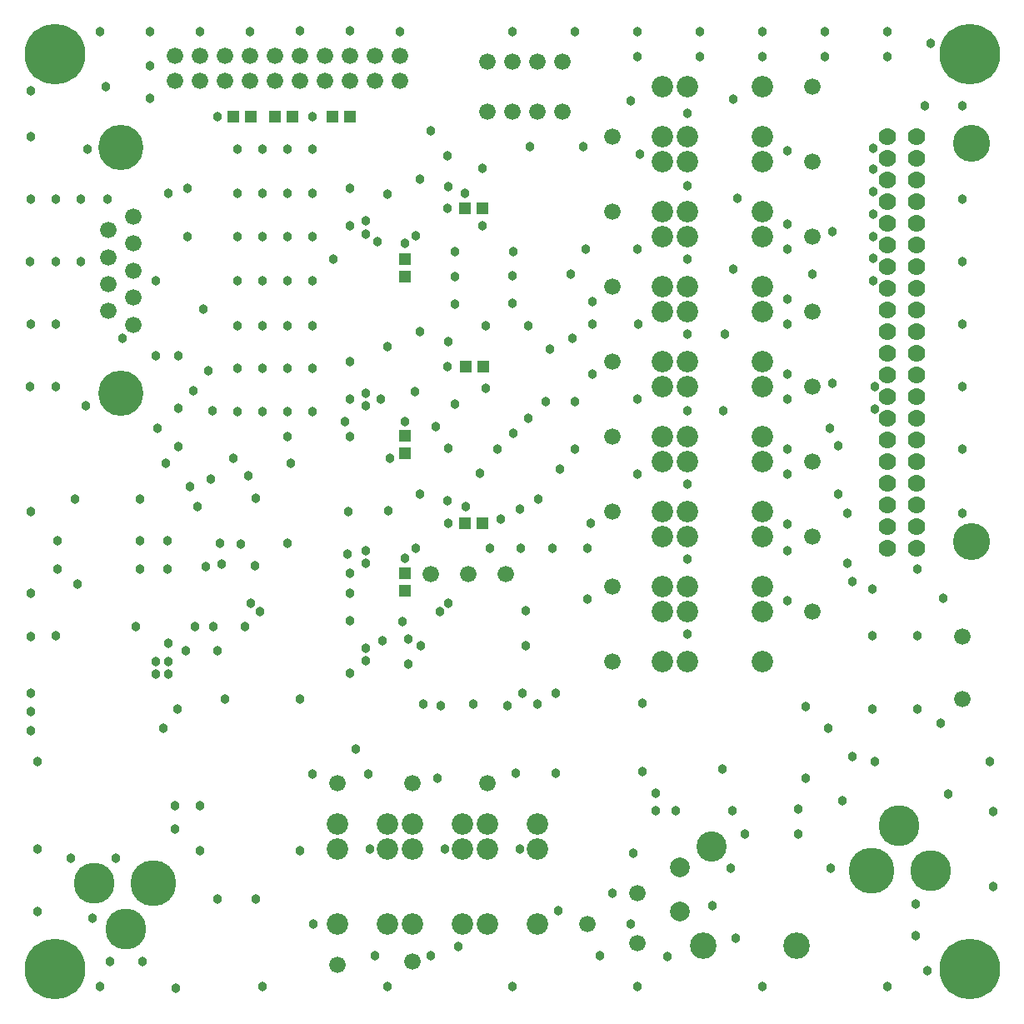
<source format=gbs>
G04 EasyPC Gerber Version 21.0.3 Build 4286 *
%FSLAX35Y35*%
%MOIN*%
%ADD93R,0.04537X0.04891*%
%ADD113C,0.03800*%
%ADD95C,0.06600*%
%ADD104C,0.07000*%
%ADD110C,0.07900*%
%ADD103C,0.08600*%
%ADD111C,0.10600*%
%ADD112C,0.12100*%
%ADD105C,0.14800*%
%ADD89C,0.16348*%
%ADD98C,0.18100*%
%ADD88C,0.18317*%
%ADD92R,0.04891X0.04537*%
%ADD87C,0.24222*%
X0Y0D02*
D02*
D87*
X21254Y14030D03*
Y380171D03*
X387396Y14030D03*
Y380171D03*
D02*
D88*
X60624Y48350D03*
X348203Y53350D03*
D02*
D89*
X37002Y48350D03*
X49797Y30043D03*
X359030Y71657D03*
X371825Y53350D03*
D02*
D92*
X92825Y355100D03*
X99825D03*
X109325D03*
X116325D03*
X132325D03*
X139325D03*
X185325Y192600D03*
Y318600D03*
X185825Y255100D03*
X192325Y192600D03*
Y318600D03*
X192825Y255100D03*
D02*
D93*
X161325Y165600D03*
Y172600D03*
Y220600D03*
Y227600D03*
Y291100D03*
Y298100D03*
D02*
D95*
X42750Y277357D03*
Y288157D03*
Y298957D03*
Y309757D03*
X52750Y271957D03*
Y282757D03*
Y293557D03*
Y304357D03*
Y315157D03*
X69325Y369600D03*
Y379600D03*
X79325Y369600D03*
Y379600D03*
X89325Y369600D03*
Y379600D03*
X99325Y369600D03*
Y379600D03*
X109325Y369600D03*
Y379600D03*
X119325Y369600D03*
Y379600D03*
X129325Y369600D03*
Y379600D03*
X134325Y15850D03*
Y88350D03*
X139325Y369600D03*
Y379600D03*
X149325Y369600D03*
Y379600D03*
X159325Y369600D03*
Y379600D03*
X164325Y17100D03*
Y88350D03*
X171825Y172100D03*
X186825D03*
X194325Y88350D03*
Y357100D03*
Y377100D03*
X201825Y172100D03*
X204325Y357100D03*
Y377100D03*
X214325Y357100D03*
Y377100D03*
X224325Y357100D03*
Y377100D03*
X234325Y32100D03*
X244325Y137100D03*
Y167100D03*
Y197100D03*
Y227100D03*
Y257100D03*
Y287100D03*
Y317100D03*
Y347100D03*
X254325Y24600D03*
Y44600D03*
X324325Y157100D03*
Y187100D03*
Y217100D03*
Y247100D03*
Y277100D03*
Y307100D03*
Y337100D03*
Y367100D03*
X384325Y122100D03*
Y147100D03*
D02*
D98*
X47750Y244357D03*
Y342757D03*
D02*
D103*
X134325Y32100D03*
Y62100D03*
Y72100D03*
X154325Y32100D03*
Y62100D03*
Y72100D03*
X164325Y32100D03*
Y62100D03*
Y72100D03*
X184325Y32100D03*
Y62100D03*
Y72100D03*
X194325Y32100D03*
Y62100D03*
Y72100D03*
X214325Y32100D03*
Y62100D03*
Y72100D03*
X264325Y137100D03*
Y157100D03*
Y167100D03*
Y187100D03*
Y197100D03*
Y217100D03*
Y227100D03*
Y247100D03*
Y257100D03*
Y277100D03*
Y287100D03*
Y307100D03*
Y317100D03*
Y337100D03*
Y347100D03*
Y367100D03*
X274325Y137100D03*
Y157100D03*
Y167100D03*
Y187100D03*
Y197100D03*
Y217100D03*
Y227100D03*
Y247100D03*
Y257100D03*
Y277100D03*
Y287100D03*
Y307100D03*
Y317100D03*
Y337100D03*
Y347100D03*
Y367100D03*
X304325Y137100D03*
Y157100D03*
Y167100D03*
Y187100D03*
Y197100D03*
Y217100D03*
Y227100D03*
Y247100D03*
Y257100D03*
Y277100D03*
Y287100D03*
Y307100D03*
Y317100D03*
Y337100D03*
Y347100D03*
Y367100D03*
D02*
D104*
X354325Y182533D03*
Y191195D03*
Y199856D03*
Y208518D03*
Y217179D03*
Y225841D03*
Y234502D03*
Y243163D03*
Y251825D03*
Y260486D03*
Y269148D03*
Y277809D03*
Y286470D03*
Y295132D03*
Y303793D03*
Y312455D03*
Y321116D03*
Y329778D03*
Y338439D03*
Y347100D03*
X366136Y182533D03*
Y191195D03*
Y199856D03*
Y208518D03*
Y217179D03*
Y225841D03*
Y234502D03*
Y243163D03*
Y251825D03*
Y260486D03*
Y269148D03*
Y277809D03*
Y286470D03*
Y295132D03*
Y303793D03*
Y312455D03*
Y321116D03*
Y329778D03*
Y338439D03*
Y347100D03*
D02*
D105*
X388183Y185289D03*
Y344344D03*
D02*
D110*
X271323Y37130D03*
Y54846D03*
D02*
D111*
X280575Y23350D03*
X317976D03*
D02*
D112*
X284118Y63114D03*
D02*
D113*
X11325Y247100D03*
Y297100D03*
X11825Y109600D03*
Y117100D03*
Y124600D03*
Y147100D03*
Y164600D03*
Y197100D03*
Y272100D03*
Y322100D03*
Y347100D03*
Y365600D03*
X14325Y37100D03*
Y62100D03*
Y97100D03*
X21825Y147600D03*
Y247100D03*
Y272100D03*
Y297100D03*
Y322100D03*
X22325Y174100D03*
Y185600D03*
X27825Y58600D03*
X29325Y202100D03*
X30325Y168100D03*
X31825Y297100D03*
Y322100D03*
X33825Y239600D03*
X34325Y342100D03*
X36325Y34600D03*
X39325Y7100D03*
Y389100D03*
X41825Y367100D03*
X42325Y322100D03*
X43325Y17100D03*
X45825Y58600D03*
X48325Y266600D03*
X53825Y151100D03*
X55325Y174100D03*
Y185600D03*
Y202100D03*
X56325Y17100D03*
X59325Y362600D03*
Y375600D03*
Y389100D03*
X61825Y132100D03*
Y137100D03*
Y259600D03*
Y289600D03*
X62325Y230600D03*
X64825Y110600D03*
X65825Y216600D03*
X66325Y174100D03*
Y185600D03*
X66825Y132100D03*
Y137100D03*
Y144600D03*
Y324600D03*
X69325Y70100D03*
Y79600D03*
X69825Y6600D03*
X70325Y118100D03*
X70825Y223100D03*
Y238600D03*
Y259600D03*
X73825Y141600D03*
X74325Y307100D03*
Y326600D03*
X75325Y207144D03*
X76825Y245600D03*
X77325Y151100D03*
X78325Y199100D03*
X79325Y61600D03*
Y79600D03*
Y389100D03*
X80825Y278100D03*
X81825Y175100D03*
X82825Y253600D03*
X83825Y210100D03*
X84325Y237600D03*
X84825Y151100D03*
X86325Y42100D03*
Y141600D03*
Y355100D03*
X87325Y184600D03*
X87986Y176100D03*
X89325Y122100D03*
X92825Y218600D03*
X94325Y237100D03*
Y254600D03*
Y271600D03*
Y289600D03*
Y307100D03*
Y324600D03*
Y342100D03*
X95825Y184100D03*
X97325Y151100D03*
X98825Y211600D03*
X99325Y389100D03*
X99825Y160600D03*
X101325Y175600D03*
X101825Y42100D03*
Y202600D03*
X103325Y157100D03*
X104325Y7100D03*
Y237100D03*
Y254600D03*
Y271600D03*
Y289600D03*
Y307100D03*
Y324600D03*
Y342100D03*
X114325Y184600D03*
Y227100D03*
Y237100D03*
Y254600D03*
Y271600D03*
Y289600D03*
Y307100D03*
Y324600D03*
Y342100D03*
X115825Y216600D03*
X119325Y61600D03*
Y122100D03*
Y389600D03*
X124325Y92100D03*
Y237100D03*
Y254600D03*
Y271600D03*
Y289600D03*
Y307100D03*
Y324600D03*
Y342100D03*
Y355100D03*
X124825Y32100D03*
X132825Y298100D03*
X137325Y233100D03*
X138325Y180100D03*
X138825Y197100D03*
X139325Y132600D03*
Y153600D03*
Y164600D03*
Y172600D03*
Y227100D03*
Y242100D03*
Y257100D03*
Y311600D03*
Y326600D03*
Y389600D03*
X141825Y102100D03*
X145825Y137600D03*
Y142600D03*
Y176600D03*
Y181600D03*
Y239600D03*
Y244600D03*
Y308100D03*
Y313600D03*
X146825Y92100D03*
X147325Y62100D03*
X149325Y19600D03*
X150325Y305100D03*
X151825Y242100D03*
X152325Y145600D03*
X154325Y7100D03*
Y263100D03*
Y324100D03*
X154825Y197600D03*
X155325Y218600D03*
X159325Y389100D03*
X160325Y153100D03*
X161325Y178600D03*
Y233100D03*
Y304600D03*
X162825Y136100D03*
Y146100D03*
X165325Y245100D03*
X165825Y182600D03*
Y307600D03*
X167325Y204100D03*
Y269100D03*
Y330100D03*
X167825Y143600D03*
X168825Y120100D03*
X171825Y19600D03*
Y349600D03*
X173825Y231100D03*
X174325Y90600D03*
X175325Y157100D03*
X175575Y119600D03*
X177325Y62100D03*
X178325Y201600D03*
Y255100D03*
Y318600D03*
Y339600D03*
X178825Y160600D03*
Y192600D03*
Y222600D03*
Y265100D03*
Y327100D03*
X181325Y240100D03*
Y280100D03*
Y291100D03*
Y301100D03*
X182825Y23100D03*
X185325Y324600D03*
X185825Y199100D03*
X188825Y120100D03*
X191325Y212600D03*
X192325Y311600D03*
Y334600D03*
X193825Y246600D03*
Y271600D03*
X195325Y182600D03*
X198325Y222100D03*
X199825Y194100D03*
X202325Y119350D03*
X204325Y7100D03*
Y280600D03*
Y291600D03*
Y389100D03*
X204825Y228600D03*
Y301100D03*
X205825Y92600D03*
X207325Y62100D03*
Y198100D03*
X207825Y182600D03*
X208325Y124600D03*
X209825Y143600D03*
Y157600D03*
X210825Y234600D03*
Y271600D03*
X211325Y343100D03*
X214325Y120100D03*
X214825Y202100D03*
X217825Y241100D03*
X219325Y262100D03*
X220325Y182600D03*
X221825Y92600D03*
Y124600D03*
X222825Y37600D03*
X223325Y214100D03*
X227825Y292100D03*
X228325Y266600D03*
X229325Y222100D03*
Y241100D03*
Y389100D03*
X232825Y343100D03*
X233825Y302100D03*
X234325Y162100D03*
Y182600D03*
X235825Y192600D03*
X236325Y252100D03*
Y272100D03*
Y281100D03*
X239325Y19600D03*
X244325Y44600D03*
X251825Y32100D03*
Y361600D03*
X252825Y60600D03*
X254325Y7100D03*
Y212100D03*
Y242100D03*
Y302100D03*
Y379100D03*
Y389100D03*
X254825Y272100D03*
X255325Y340100D03*
X256325Y93100D03*
Y120600D03*
X261825Y77600D03*
Y84600D03*
X266325Y19100D03*
X269825Y77600D03*
X274325Y148100D03*
Y178100D03*
Y208100D03*
Y237600D03*
Y268100D03*
Y298100D03*
Y327600D03*
Y356600D03*
X279325Y379100D03*
Y389100D03*
X284325Y39600D03*
X288325Y94100D03*
X288825Y237600D03*
X289325Y268100D03*
X291825Y54600D03*
X292325Y77600D03*
X292825Y294100D03*
Y362100D03*
X293825Y26600D03*
X294325Y322600D03*
X297325Y68100D03*
X304325Y7100D03*
Y379100D03*
Y389100D03*
X314325Y161600D03*
Y181600D03*
Y192100D03*
Y212100D03*
Y222100D03*
Y242100D03*
Y252100D03*
Y272100D03*
Y282100D03*
Y302100D03*
Y312100D03*
Y341600D03*
X318825Y68100D03*
Y78100D03*
X321825Y90600D03*
Y119100D03*
X324325Y292100D03*
X329325Y379100D03*
Y389100D03*
X330825Y110600D03*
X331325Y230600D03*
X331825Y54600D03*
X332325Y248600D03*
Y309100D03*
X334825Y204100D03*
Y223600D03*
X336325Y81600D03*
X338325Y176600D03*
Y196600D03*
X340325Y99100D03*
Y169100D03*
X348325Y118100D03*
Y147600D03*
Y166100D03*
X348825Y289600D03*
Y298600D03*
Y307100D03*
Y316100D03*
Y325100D03*
Y334100D03*
Y342600D03*
X349325Y97100D03*
Y238100D03*
Y247100D03*
X354325Y7100D03*
Y379100D03*
Y389100D03*
X365825Y27600D03*
Y40100D03*
X366325Y118100D03*
Y147600D03*
Y174100D03*
X369325Y359600D03*
X370325Y13600D03*
X371825Y384600D03*
X375804Y112484D03*
X376825Y162600D03*
X378825Y84100D03*
X384325Y196600D03*
Y222100D03*
Y247100D03*
Y272100D03*
Y297100D03*
Y322100D03*
Y359600D03*
X395325Y97100D03*
X396646Y47100D03*
Y77100D03*
X0Y0D02*
M02*

</source>
